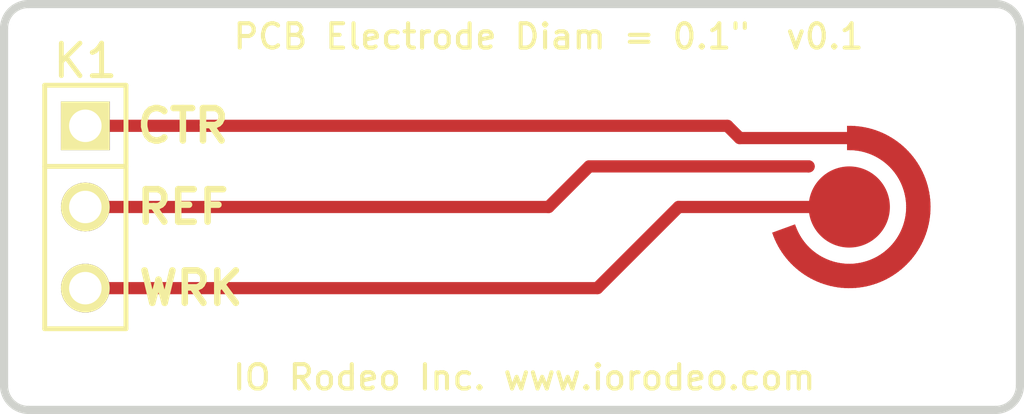
<source format=kicad_pcb>
(kicad_pcb (version 3) (host pcbnew "(2013-jul-07)-stable")

  (general
    (links 102)
    (no_connects 99)
    (area 50.672999 50.672999 82.677001 63.627001)
    (thickness 1.6)
    (drawings 13)
    (tracks 9)
    (zones 0)
    (modules 2)
    (nets 4)
  )

  (page A3)
  (layers
    (15 F.Cu signal)
    (0 B.Cu signal)
    (16 B.Adhes user)
    (17 F.Adhes user)
    (18 B.Paste user)
    (19 F.Paste user)
    (20 B.SilkS user)
    (21 F.SilkS user)
    (22 B.Mask user)
    (23 F.Mask user)
    (24 Dwgs.User user)
    (25 Cmts.User user)
    (26 Eco1.User user)
    (27 Eco2.User user)
    (28 Edge.Cuts user)
  )

  (setup
    (last_trace_width 0.381)
    (trace_clearance 0.254)
    (zone_clearance 0.508)
    (zone_45_only no)
    (trace_min 0.254)
    (segment_width 0.2)
    (edge_width 0.254)
    (via_size 0.889)
    (via_drill 0.635)
    (via_min_size 0.889)
    (via_min_drill 0.508)
    (uvia_size 0.508)
    (uvia_drill 0.127)
    (uvias_allowed no)
    (uvia_min_size 0.508)
    (uvia_min_drill 0.127)
    (pcb_text_width 0.2032)
    (pcb_text_size 1.016 1.016)
    (mod_edge_width 0.15)
    (mod_text_size 1 1)
    (mod_text_width 0.15)
    (pad_size 0.381 0.381)
    (pad_drill 0)
    (pad_to_mask_clearance 0)
    (aux_axis_origin 0 0)
    (visible_elements FFFFFBBF)
    (pcbplotparams
      (layerselection 284196865)
      (usegerberextensions true)
      (excludeedgelayer true)
      (linewidth 0.150000)
      (plotframeref false)
      (viasonmask false)
      (mode 1)
      (useauxorigin false)
      (hpglpennumber 1)
      (hpglpenspeed 20)
      (hpglpendiameter 15)
      (hpglpenoverlay 2)
      (psnegative false)
      (psa4output false)
      (plotreference true)
      (plotvalue true)
      (plotothertext true)
      (plotinvisibletext false)
      (padsonsilk false)
      (subtractmaskfromsilk false)
      (outputformat 1)
      (mirror false)
      (drillshape 0)
      (scaleselection 1)
      (outputdirectory gerber_v0p1/))
  )

  (net 0 "")
  (net 1 /CTR)
  (net 2 /REF)
  (net 3 /WRK)

  (net_class Default "This is the default net class."
    (clearance 0.254)
    (trace_width 0.381)
    (via_dia 0.889)
    (via_drill 0.635)
    (uvia_dia 0.508)
    (uvia_drill 0.127)
    (add_net "")
    (add_net /CTR)
    (add_net /REF)
    (add_net /WRK)
  )

  (module PIN_ARRAY_3X1 (layer F.Cu) (tedit 5950452E) (tstamp 59502AF9)
    (at 53.34 57.15 270)
    (descr "Connecteur 3 pins")
    (tags "CONN DEV")
    (path /595009A1)
    (fp_text reference K1 (at -4.572 0 360) (layer F.SilkS)
      (effects (font (size 1.016 1.016) (thickness 0.1524)))
    )
    (fp_text value CONN_3 (at 0 -2.159 270) (layer F.SilkS) hide
      (effects (font (size 1.016 1.016) (thickness 0.1524)))
    )
    (fp_line (start -3.81 1.27) (end -3.81 -1.27) (layer F.SilkS) (width 0.1524))
    (fp_line (start -3.81 -1.27) (end 3.81 -1.27) (layer F.SilkS) (width 0.1524))
    (fp_line (start 3.81 -1.27) (end 3.81 1.27) (layer F.SilkS) (width 0.1524))
    (fp_line (start 3.81 1.27) (end -3.81 1.27) (layer F.SilkS) (width 0.1524))
    (fp_line (start -1.27 -1.27) (end -1.27 1.27) (layer F.SilkS) (width 0.1524))
    (pad 1 thru_hole rect (at -2.54 0 270) (size 1.524 1.524) (drill 1.016)
      (layers *.Cu *.Mask F.SilkS)
      (net 1 /CTR)
    )
    (pad 2 thru_hole circle (at 0 0 270) (size 1.524 1.524) (drill 1.016)
      (layers *.Cu *.Mask F.SilkS)
      (net 2 /REF)
    )
    (pad 3 thru_hole circle (at 2.54 0 270) (size 1.524 1.524) (drill 1.016)
      (layers *.Cu *.Mask F.SilkS)
      (net 3 /WRK)
    )
    (model pin_array/pins_array_3x1.wrl
      (at (xyz 0 0 0))
      (scale (xyz 1 1 1))
      (rotate (xyz 0 0 0))
    )
  )

  (module ELECTRODE (layer F.Cu) (tedit 59504548) (tstamp 59502B63)
    (at 77.216 57.15)
    (path /59500EF0)
    (fp_text reference E1 (at 0.0508 -3.7592) (layer F.SilkS) hide
      (effects (font (size 1 1) (thickness 0.15)))
    )
    (fp_text value ELETRODE (at 0 4.5212) (layer F.SilkS) hide
      (effects (font (size 1 1) (thickness 0.15)))
    )
    (pad 1 smd circle (at -1.27 -1.27 225) (size 0.381 0.381)
      (layers F.Cu F.Paste F.Mask)
      (net 2 /REF)
    )
    (pad 2 smd circle (at 0 0) (size 2.54 2.54)
      (layers F.Cu F.Paste F.Mask)
      (net 3 /WRK)
    )
    (pad 3 smd rect (at -2.0288 0.7384 200) (size 0.762 0.141)
      (layers F.Cu F.Paste F.Mask)
      (net 1 /CTR)
    )
    (pad 3 smd rect (at -1.9943 0.8271 202.6) (size 0.762 0.141)
      (layers F.Cu F.Paste F.Mask)
      (net 1 /CTR)
    )
    (pad 3 smd rect (at -1.9559 0.9142 205.1) (size 0.762 0.141)
      (layers F.Cu F.Paste F.Mask)
      (net 1 /CTR)
    )
    (pad 3 smd rect (at -1.9137 0.9994 207.6) (size 0.762 0.141)
      (layers F.Cu F.Paste F.Mask)
      (net 1 /CTR)
    )
    (pad 3 smd rect (at -1.8678 1.0828 210.2) (size 0.762 0.141)
      (layers F.Cu F.Paste F.Mask)
      (net 1 /CTR)
    )
    (pad 3 smd rect (at -1.8183 1.164 212.7) (size 0.762 0.141)
      (layers F.Cu F.Paste F.Mask)
      (net 1 /CTR)
    )
    (pad 3 smd rect (at -1.7653 1.243 215.2) (size 0.762 0.141)
      (layers F.Cu F.Paste F.Mask)
      (net 1 /CTR)
    )
    (pad 3 smd rect (at -1.7088 1.3196 217.7) (size 0.762 0.141)
      (layers F.Cu F.Paste F.Mask)
      (net 1 /CTR)
    )
    (pad 3 smd rect (at -1.649 1.3936 220.3) (size 0.762 0.141)
      (layers F.Cu F.Paste F.Mask)
      (net 1 /CTR)
    )
    (pad 3 smd rect (at -1.586 1.4649 222.8) (size 0.762 0.141)
      (layers F.Cu F.Paste F.Mask)
      (net 1 /CTR)
    )
    (pad 3 smd rect (at -1.5199 1.5334 225.3) (size 0.762 0.141)
      (layers F.Cu F.Paste F.Mask)
      (net 1 /CTR)
    )
    (pad 3 smd rect (at -1.4509 1.5988 227.8) (size 0.762 0.141)
      (layers F.Cu F.Paste F.Mask)
      (net 1 /CTR)
    )
    (pad 3 smd rect (at -1.379 1.6612 230.4) (size 0.762 0.141)
      (layers F.Cu F.Paste F.Mask)
      (net 1 /CTR)
    )
    (pad 3 smd rect (at -1.3045 1.7204 232.9) (size 0.762 0.141)
      (layers F.Cu F.Paste F.Mask)
      (net 1 /CTR)
    )
    (pad 3 smd rect (at -1.2274 1.7762 235.4) (size 0.762 0.141)
      (layers F.Cu F.Paste F.Mask)
      (net 1 /CTR)
    )
    (pad 3 smd rect (at -1.148 1.8285 237.9) (size 0.762 0.141)
      (layers F.Cu F.Paste F.Mask)
      (net 1 /CTR)
    )
    (pad 3 smd rect (at -1.0663 1.8773 240.5) (size 0.762 0.141)
      (layers F.Cu F.Paste F.Mask)
      (net 1 /CTR)
    )
    (pad 3 smd rect (at -0.9825 1.9225 243) (size 0.762 0.141)
      (layers F.Cu F.Paste F.Mask)
      (net 1 /CTR)
    )
    (pad 3 smd rect (at -0.8969 1.9639 245.5) (size 0.762 0.141)
      (layers F.Cu F.Paste F.Mask)
      (net 1 /CTR)
    )
    (pad 3 smd rect (at -0.8095 2.0015 248) (size 0.762 0.141)
      (layers F.Cu F.Paste F.Mask)
      (net 1 /CTR)
    )
    (pad 3 smd rect (at -0.7205 2.0352 250.6) (size 0.762 0.141)
      (layers F.Cu F.Paste F.Mask)
      (net 1 /CTR)
    )
    (pad 3 smd rect (at -0.6301 2.065 253.1) (size 0.762 0.141)
      (layers F.Cu F.Paste F.Mask)
      (net 1 /CTR)
    )
    (pad 3 smd rect (at -0.5385 2.0908 255.6) (size 0.762 0.141)
      (layers F.Cu F.Paste F.Mask)
      (net 1 /CTR)
    )
    (pad 3 smd rect (at -0.4459 2.1125 258.1) (size 0.762 0.141)
      (layers F.Cu F.Paste F.Mask)
      (net 1 /CTR)
    )
    (pad 3 smd rect (at -0.3524 2.13 260.7) (size 0.762 0.141)
      (layers F.Cu F.Paste F.Mask)
      (net 1 /CTR)
    )
    (pad 3 smd rect (at -0.2582 2.1435 263.2) (size 0.762 0.141)
      (layers F.Cu F.Paste F.Mask)
      (net 1 /CTR)
    )
    (pad 3 smd rect (at -0.1635 2.1528 265.7) (size 0.762 0.141)
      (layers F.Cu F.Paste F.Mask)
      (net 1 /CTR)
    )
    (pad 3 smd rect (at -0.0685 2.1579 268.2) (size 0.762 0.141)
      (layers F.Cu F.Paste F.Mask)
      (net 1 /CTR)
    )
    (pad 3 smd rect (at 0.0266 2.1588 270.8) (size 0.762 0.141)
      (layers F.Cu F.Paste F.Mask)
      (net 1 /CTR)
    )
    (pad 3 smd rect (at 0.1217 2.1556 273.3) (size 0.762 0.141)
      (layers F.Cu F.Paste F.Mask)
      (net 1 /CTR)
    )
    (pad 3 smd rect (at 0.2166 2.1481 275.8) (size 0.762 0.141)
      (layers F.Cu F.Paste F.Mask)
      (net 1 /CTR)
    )
    (pad 3 smd rect (at 0.311 2.1365 278.3) (size 0.762 0.141)
      (layers F.Cu F.Paste F.Mask)
      (net 1 /CTR)
    )
    (pad 3 smd rect (at 0.4049 2.1207 280.9) (size 0.762 0.141)
      (layers F.Cu F.Paste F.Mask)
      (net 1 /CTR)
    )
    (pad 3 smd rect (at 0.4979 2.1008 283.4) (size 0.762 0.141)
      (layers F.Cu F.Paste F.Mask)
      (net 1 /CTR)
    )
    (pad 3 smd rect (at 0.59 2.0768 285.9) (size 0.762 0.141)
      (layers F.Cu F.Paste F.Mask)
      (net 1 /CTR)
    )
    (pad 3 smd rect (at 0.6809 2.0488 288.4) (size 0.762 0.141)
      (layers F.Cu F.Paste F.Mask)
      (net 1 /CTR)
    )
    (pad 3 smd rect (at 0.7705 2.0168 291) (size 0.762 0.141)
      (layers F.Cu F.Paste F.Mask)
      (net 1 /CTR)
    )
    (pad 3 smd rect (at 0.8586 1.9809 293.5) (size 0.762 0.141)
      (layers F.Cu F.Paste F.Mask)
      (net 1 /CTR)
    )
    (pad 3 smd rect (at 0.9451 1.9412 296) (size 0.762 0.141)
      (layers F.Cu F.Paste F.Mask)
      (net 1 /CTR)
    )
    (pad 3 smd rect (at 1.0297 1.8976 298.5) (size 0.762 0.141)
      (layers F.Cu F.Paste F.Mask)
      (net 1 /CTR)
    )
    (pad 3 smd rect (at 1.1123 1.8504 301.1) (size 0.762 0.141)
      (layers F.Cu F.Paste F.Mask)
      (net 1 /CTR)
    )
    (pad 3 smd rect (at 1.1927 1.7996 303.6) (size 0.762 0.141)
      (layers F.Cu F.Paste F.Mask)
      (net 1 /CTR)
    )
    (pad 3 smd rect (at 1.2709 1.7453 306.1) (size 0.762 0.141)
      (layers F.Cu F.Paste F.Mask)
      (net 1 /CTR)
    )
    (pad 3 smd rect (at 1.3465 1.6876 308.6) (size 0.762 0.141)
      (layers F.Cu F.Paste F.Mask)
      (net 1 /CTR)
    )
    (pad 3 smd rect (at 1.4196 1.6267 311.2) (size 0.762 0.141)
      (layers F.Cu F.Paste F.Mask)
      (net 1 /CTR)
    )
    (pad 3 smd rect (at 1.4899 1.5625 313.7) (size 0.762 0.141)
      (layers F.Cu F.Paste F.Mask)
      (net 1 /CTR)
    )
    (pad 3 smd rect (at 1.5573 1.4954 316.2) (size 0.762 0.141)
      (layers F.Cu F.Paste F.Mask)
      (net 1 /CTR)
    )
    (pad 3 smd rect (at 1.6217 1.4253 318.7) (size 0.762 0.141)
      (layers F.Cu F.Paste F.Mask)
      (net 1 /CTR)
    )
    (pad 3 smd rect (at 1.6829 1.3525 321.3) (size 0.762 0.141)
      (layers F.Cu F.Paste F.Mask)
      (net 1 /CTR)
    )
    (pad 3 smd rect (at 1.7408 1.277 323.8) (size 0.762 0.141)
      (layers F.Cu F.Paste F.Mask)
      (net 1 /CTR)
    )
    (pad 3 smd rect (at 1.7954 1.1991 326.3) (size 0.762 0.141)
      (layers F.Cu F.Paste F.Mask)
      (net 1 /CTR)
    )
    (pad 3 smd rect (at 1.8465 1.1188 328.8) (size 0.762 0.141)
      (layers F.Cu F.Paste F.Mask)
      (net 1 /CTR)
    )
    (pad 3 smd rect (at 1.894 1.0364 331.4) (size 0.762 0.141)
      (layers F.Cu F.Paste F.Mask)
      (net 1 /CTR)
    )
    (pad 3 smd rect (at 1.9378 0.9519 333.9) (size 0.762 0.141)
      (layers F.Cu F.Paste F.Mask)
      (net 1 /CTR)
    )
    (pad 3 smd rect (at 1.9779 0.8656 336.4) (size 0.762 0.141)
      (layers F.Cu F.Paste F.Mask)
      (net 1 /CTR)
    )
    (pad 3 smd rect (at 2.0141 0.7776 338.9) (size 0.762 0.141)
      (layers F.Cu F.Paste F.Mask)
      (net 1 /CTR)
    )
    (pad 3 smd rect (at 2.0464 0.6881 341.5) (size 0.762 0.141)
      (layers F.Cu F.Paste F.Mask)
      (net 1 /CTR)
    )
    (pad 3 smd rect (at 2.0747 0.5973 344) (size 0.762 0.141)
      (layers F.Cu F.Paste F.Mask)
      (net 1 /CTR)
    )
    (pad 3 smd rect (at 2.099 0.5053 346.5) (size 0.762 0.141)
      (layers F.Cu F.Paste F.Mask)
      (net 1 /CTR)
    )
    (pad 3 smd rect (at 2.1193 0.4123 349) (size 0.762 0.141)
      (layers F.Cu F.Paste F.Mask)
      (net 1 /CTR)
    )
    (pad 3 smd rect (at 2.1354 0.3186 351.6) (size 0.762 0.141)
      (layers F.Cu F.Paste F.Mask)
      (net 1 /CTR)
    )
    (pad 3 smd rect (at 2.1473 0.2242 354.1) (size 0.762 0.141)
      (layers F.Cu F.Paste F.Mask)
      (net 1 /CTR)
    )
    (pad 3 smd rect (at 2.1551 0.1293 356.6) (size 0.762 0.141)
      (layers F.Cu F.Paste F.Mask)
      (net 1 /CTR)
    )
    (pad 3 smd rect (at 2.1587 0.0343 359.1) (size 0.762 0.141)
      (layers F.Cu F.Paste F.Mask)
      (net 1 /CTR)
    )
    (pad 3 smd rect (at 2.1581 -0.0609 1.6) (size 0.762 0.141)
      (layers F.Cu F.Paste F.Mask)
      (net 1 /CTR)
    )
    (pad 3 smd rect (at 2.1534 -0.1559 4.1) (size 0.762 0.141)
      (layers F.Cu F.Paste F.Mask)
      (net 1 /CTR)
    )
    (pad 3 smd rect (at 2.1444 -0.2506 6.6) (size 0.762 0.141)
      (layers F.Cu F.Paste F.Mask)
      (net 1 /CTR)
    )
    (pad 3 smd rect (at 2.1313 -0.3449 9.1) (size 0.762 0.141)
      (layers F.Cu F.Paste F.Mask)
      (net 1 /CTR)
    )
    (pad 3 smd rect (at 2.114 -0.4385 11.7) (size 0.762 0.141)
      (layers F.Cu F.Paste F.Mask)
      (net 1 /CTR)
    )
    (pad 3 smd rect (at 2.0926 -0.5312 14.2) (size 0.762 0.141)
      (layers F.Cu F.Paste F.Mask)
      (net 1 /CTR)
    )
    (pad 3 smd rect (at 2.0672 -0.6229 16.7) (size 0.762 0.141)
      (layers F.Cu F.Paste F.Mask)
      (net 1 /CTR)
    )
    (pad 3 smd rect (at 2.0378 -0.7133 19.2) (size 0.762 0.141)
      (layers F.Cu F.Paste F.Mask)
      (net 1 /CTR)
    )
    (pad 3 smd rect (at 2.0043 -0.8024 21.8) (size 0.762 0.141)
      (layers F.Cu F.Paste F.Mask)
      (net 1 /CTR)
    )
    (pad 3 smd rect (at 1.967 -0.89 24.3) (size 0.762 0.141)
      (layers F.Cu F.Paste F.Mask)
      (net 1 /CTR)
    )
    (pad 3 smd rect (at 1.9259 -0.9758 26.8) (size 0.762 0.141)
      (layers F.Cu F.Paste F.Mask)
      (net 1 /CTR)
    )
    (pad 3 smd rect (at 1.8811 -1.0597 29.3) (size 0.762 0.141)
      (layers F.Cu F.Paste F.Mask)
      (net 1 /CTR)
    )
    (pad 3 smd rect (at 1.8325 -1.1415 31.9) (size 0.762 0.141)
      (layers F.Cu F.Paste F.Mask)
      (net 1 /CTR)
    )
    (pad 3 smd rect (at 1.7805 -1.2211 34.4) (size 0.762 0.141)
      (layers F.Cu F.Paste F.Mask)
      (net 1 /CTR)
    )
    (pad 3 smd rect (at 1.7249 -1.2984 36.9) (size 0.762 0.141)
      (layers F.Cu F.Paste F.Mask)
      (net 1 /CTR)
    )
    (pad 3 smd rect (at 1.6661 -1.3731 39.4) (size 0.762 0.141)
      (layers F.Cu F.Paste F.Mask)
      (net 1 /CTR)
    )
    (pad 3 smd rect (at 1.6039 -1.4452 42) (size 0.762 0.141)
      (layers F.Cu F.Paste F.Mask)
      (net 1 /CTR)
    )
    (pad 3 smd rect (at 1.5387 -1.5145 44.5) (size 0.762 0.141)
      (layers F.Cu F.Paste F.Mask)
      (net 1 /CTR)
    )
    (pad 3 smd rect (at 1.4705 -1.5808 47) (size 0.762 0.141)
      (layers F.Cu F.Paste F.Mask)
      (net 1 /CTR)
    )
    (pad 3 smd rect (at 1.3994 -1.6441 49.5) (size 0.762 0.141)
      (layers F.Cu F.Paste F.Mask)
      (net 1 /CTR)
    )
    (pad 3 smd rect (at 1.3256 -1.7041 52.1) (size 0.762 0.141)
      (layers F.Cu F.Paste F.Mask)
      (net 1 /CTR)
    )
    (pad 3 smd rect (at 1.2492 -1.7609 54.6) (size 0.762 0.141)
      (layers F.Cu F.Paste F.Mask)
      (net 1 /CTR)
    )
    (pad 3 smd rect (at 1.1704 -1.8142 57.1) (size 0.762 0.141)
      (layers F.Cu F.Paste F.Mask)
      (net 1 /CTR)
    )
    (pad 3 smd rect (at 1.0894 -1.864 59.6) (size 0.762 0.141)
      (layers F.Cu F.Paste F.Mask)
      (net 1 /CTR)
    )
    (pad 3 smd rect (at 1.0062 -1.9102 62.2) (size 0.762 0.141)
      (layers F.Cu F.Paste F.Mask)
      (net 1 /CTR)
    )
    (pad 3 smd rect (at 0.921 -1.9527 64.7) (size 0.762 0.141)
      (layers F.Cu F.Paste F.Mask)
      (net 1 /CTR)
    )
    (pad 3 smd rect (at 0.8341 -1.9914 67.2) (size 0.762 0.141)
      (layers F.Cu F.Paste F.Mask)
      (net 1 /CTR)
    )
    (pad 3 smd rect (at 0.7456 -2.0262 69.7) (size 0.762 0.141)
      (layers F.Cu F.Paste F.Mask)
      (net 1 /CTR)
    )
    (pad 3 smd rect (at 0.6556 -2.0571 72.3) (size 0.762 0.141)
      (layers F.Cu F.Paste F.Mask)
      (net 1 /CTR)
    )
    (pad 3 smd rect (at 0.5643 -2.0839 74.8) (size 0.762 0.141)
      (layers F.Cu F.Paste F.Mask)
      (net 1 /CTR)
    )
    (pad 3 smd rect (at 0.4719 -2.1068 77.3) (size 0.762 0.141)
      (layers F.Cu F.Paste F.Mask)
      (net 1 /CTR)
    )
    (pad 3 smd rect (at 0.3787 -2.1255 79.8) (size 0.762 0.141)
      (layers F.Cu F.Paste F.Mask)
      (net 1 /CTR)
    )
    (pad 3 smd rect (at 0.2846 -2.1402 82.4) (size 0.762 0.141)
      (layers F.Cu F.Paste F.Mask)
      (net 1 /CTR)
    )
    (pad 3 smd rect (at 0.1901 -2.1506 84.9) (size 0.762 0.141)
      (layers F.Cu F.Paste F.Mask)
      (net 1 /CTR)
    )
    (pad 3 smd rect (at 0.0951 -2.1569 87.4) (size 0.762 0.141)
      (layers F.Cu F.Paste F.Mask)
      (net 1 /CTR)
    )
    (pad 3 smd rect (at 0 -2.159 90) (size 0.762 0.141)
      (layers F.Cu F.Paste F.Mask)
      (net 1 /CTR)
    )
  )

  (gr_text WRK (at 56.642 59.69) (layer F.SilkS)
    (effects (font (size 1.016 1.016) (thickness 0.2032)))
  )
  (gr_text REF (at 56.388 57.15) (layer F.SilkS)
    (effects (font (size 1.016 1.016) (thickness 0.2032)))
  )
  (gr_text CTR (at 56.388 54.61) (layer F.SilkS)
    (effects (font (size 1.016 1.016) (thickness 0.2032)))
  )
  (gr_line (start 50.8 62.738) (end 50.8 51.562) (angle 90) (layer Edge.Cuts) (width 0.254))
  (gr_line (start 81.788 63.5) (end 51.562 63.5) (angle 90) (layer Edge.Cuts) (width 0.254))
  (gr_line (start 82.55 51.562) (end 82.55 62.738) (angle 90) (layer Edge.Cuts) (width 0.254))
  (gr_line (start 51.562 50.8) (end 81.788 50.8) (angle 90) (layer Edge.Cuts) (width 0.254))
  (gr_arc (start 81.788 62.738) (end 82.55 62.738) (angle 90) (layer Edge.Cuts) (width 0.254))
  (gr_arc (start 51.562 62.738) (end 51.562 63.5) (angle 90) (layer Edge.Cuts) (width 0.254))
  (gr_arc (start 81.788 51.562) (end 81.788 50.8) (angle 90) (layer Edge.Cuts) (width 0.254))
  (gr_arc (start 51.562 51.562) (end 50.8 51.562) (angle 90) (layer Edge.Cuts) (width 0.254))
  (gr_text "IO Rodeo Inc. www.iorodeo.com" (at 67.056 62.484) (layer F.SilkS)
    (effects (font (size 0.762 0.762) (thickness 0.127)))
  )
  (gr_text "PCB Electrode Diam = 0.1\"  v0.1\n" (at 67.818 51.816) (layer F.SilkS)
    (effects (font (size 0.762 0.762) (thickness 0.127)))
  )

  (segment (start 53.34 54.61) (end 73.406 54.61) (width 0.381) (layer F.Cu) (net 1))
  (segment (start 73.7891 54.9931) (end 77.3111 54.9931) (width 0.381) (layer F.Cu) (net 1) (tstamp 595046B8))
  (segment (start 73.406 54.61) (end 73.7891 54.9931) (width 0.381) (layer F.Cu) (net 1) (tstamp 595046B7))
  (segment (start 53.34 57.15) (end 67.818 57.15) (width 0.381) (layer F.Cu) (net 2))
  (segment (start 69.088 55.88) (end 75.946 55.88) (width 0.381) (layer F.Cu) (net 2) (tstamp 595046AC))
  (segment (start 67.818 57.15) (end 69.088 55.88) (width 0.381) (layer F.Cu) (net 2) (tstamp 595046AB))
  (segment (start 53.34 59.69) (end 69.342 59.69) (width 0.381) (layer F.Cu) (net 3))
  (segment (start 71.882 57.15) (end 77.216 57.15) (width 0.381) (layer F.Cu) (net 3) (tstamp 595047A4))
  (segment (start 69.342 59.69) (end 71.882 57.15) (width 0.381) (layer F.Cu) (net 3) (tstamp 5950479F))

)

</source>
